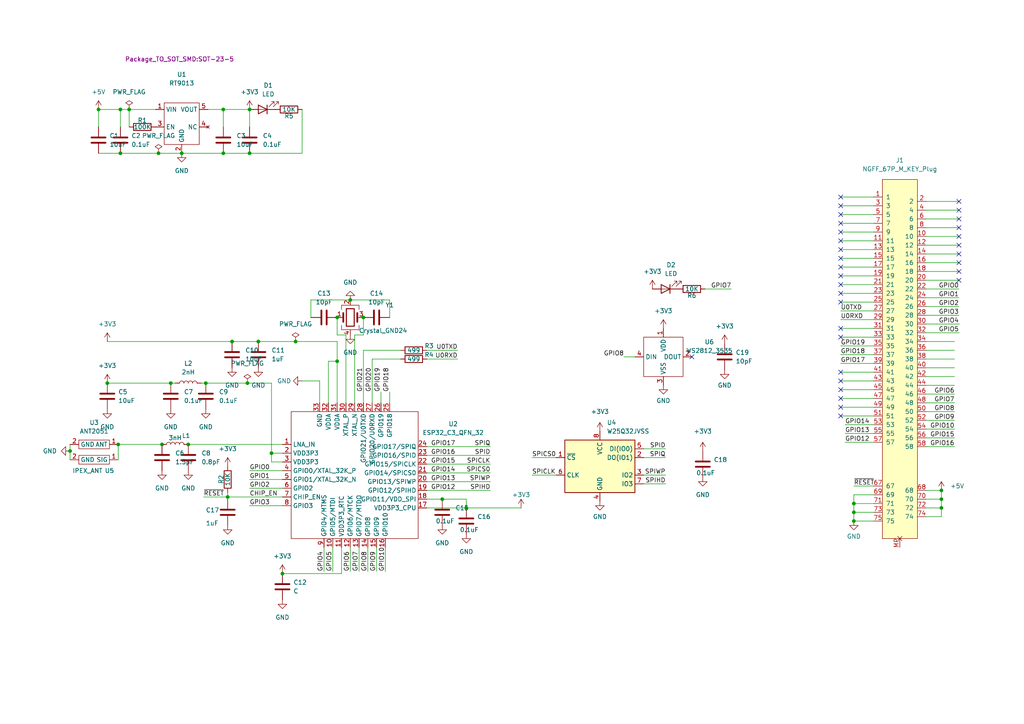
<source format=kicad_sch>
(kicad_sch (version 20211123) (generator eeschema)
  (paper "A4")
  (lib_symbols
    (symbol "Device:C" (pin_numbers hide) (pin_names (offset 0.254))
      (property "Reference" "C" (at 0.635 2.54 0))
      (property "Value" "C" (at 0.635 -2.54 0))
      (symbol "C_0_1"
        (polyline (pts (xy -2.032 -0.762) (xy 2.032 -0.762)) (stroke (width 0.508)))
        (polyline (pts (xy -2.032 0.762) (xy 2.032 0.762)) (stroke (width 0.508)))
      )
      (symbol "C_1_1"
        (pin passive line (at 0 3.81 270) (length 2.794) (name "~") (number "1"))
        (pin passive line (at 0 -3.81 90) (length 2.794) (name "~") (number "2"))
      )
    )
    (symbol "Device:Crystal_GND24" (pin_names (offset 1.016) hide)
      (property "Reference" "Y" (at 3.175 5.08 0))
      (property "Value" "Crystal_GND24" (at 3.175 3.175 0))
      (symbol "Crystal_GND24_0_1"
        (rectangle (start -1.143 2.54) (end 1.143 -2.54) (stroke (width 0.3048)))
        (polyline (pts (xy -2.54 0) (xy -2.032 0)))
        (polyline (pts (xy -2.032 -1.27) (xy -2.032 1.27)) (stroke (width 0.508)))
        (polyline (pts (xy 0 -3.81) (xy 0 -3.556)))
        (polyline (pts (xy 0 3.556) (xy 0 3.81)))
        (polyline (pts (xy 2.032 -1.27) (xy 2.032 1.27)) (stroke (width 0.508)))
        (polyline (pts (xy 2.032 0) (xy 2.54 0)))
        (polyline (pts (xy -2.54 -2.286) (xy -2.54 -3.556) (xy 2.54 -3.556) (xy 2.54 -2.286)))
        (polyline (pts (xy -2.54 2.286) (xy -2.54 3.556) (xy 2.54 3.556) (xy 2.54 2.286)))
      )
      (symbol "Crystal_GND24_1_1"
        (pin passive line (at -3.81 0 0) (length 1.27) (name "1") (number "1"))
        (pin passive line (at 0 5.08 270) (length 1.27) (name "2") (number "2"))
        (pin passive line (at 3.81 0 180) (length 1.27) (name "3") (number "3"))
        (pin passive line (at 0 -5.08 90) (length 1.27) (name "4") (number "4"))
      )
    )
    (symbol "Device:L" (pin_numbers hide) (pin_names (offset 1.016) hide)
      (property "Reference" "L" (at -1.27 0 90))
      (property "Value" "L" (at 1.905 0 90))
      (symbol "L_0_1"
        (arc (start 0 -2.54) (mid 0.635 -1.905) (end 0 -1.27))
        (arc (start 0 -1.27) (mid 0.635 -0.635) (end 0 0))
        (arc (start 0 0) (mid 0.635 0.635) (end 0 1.27))
        (arc (start 0 1.27) (mid 0.635 1.905) (end 0 2.54))
      )
      (symbol "L_1_1"
        (pin passive line (at 0 3.81 270) (length 1.27) (name "1") (number "1"))
        (pin passive line (at 0 -3.81 90) (length 1.27) (name "2") (number "2"))
      )
    )
    (symbol "Device:LED" (pin_numbers hide) (pin_names (offset 1.016) hide)
      (property "Reference" "D" (at 0 2.54 0))
      (property "Value" "LED" (at 0 -2.54 0))
      (symbol "LED_0_1"
        (polyline (pts (xy -1.27 -1.27) (xy -1.27 1.27)) (stroke (width 0.254)))
        (polyline (pts (xy -1.27 0) (xy 1.27 0)))
        (polyline (pts (xy 1.27 -1.27) (xy 1.27 1.27) (xy -1.27 0) (xy 1.27 -1.27)) (stroke (width 0.254)))
        (polyline (pts (xy -3.048 -0.762) (xy -4.572 -2.286) (xy -3.81 -2.286) (xy -4.572 -2.286) (xy -4.572 -1.524)))
        (polyline (pts (xy -1.778 -0.762) (xy -3.302 -2.286) (xy -2.54 -2.286) (xy -3.302 -2.286) (xy -3.302 -1.524)))
      )
      (symbol "LED_1_1"
        (pin passive line (at -3.81 0 0) (length 2.54) (name "K") (number "1"))
        (pin passive line (at 3.81 0 180) (length 2.54) (name "A") (number "2"))
      )
    )
    (symbol "Device:R" (pin_numbers hide) (pin_names (offset 0))
      (property "Reference" "R" (at 2.032 0 90))
      (property "Value" "R" (at 0 0 90))
      (symbol "R_0_1"
        (rectangle (start -1.016 -2.54) (end 1.016 2.54) (stroke (width 0.254)))
      )
      (symbol "R_1_1"
        (pin passive line (at 0 3.81 270) (length 1.27) (name "~") (number "1"))
        (pin passive line (at 0 -3.81 90) (length 1.27) (name "~") (number "2"))
      )
    )
    (symbol "Memory_Flash:W25Q32JVSS"
      (property "Reference" "U" (at -8.89 8.89 0))
      (property "Value" "W25Q32JVSS" (at 7.62 8.89 0))
      (symbol "W25Q32JVSS_0_1"
        (rectangle (start -10.16 7.62) (end 10.16 -7.62) (stroke (width 0.254)) (fill (type background)))
      )
      (symbol "W25Q32JVSS_1_1"
        (pin input line (at -12.7 2.54 0) (length 2.54) (name "~{CS}") (number "1"))
        (pin bidirectional line (at 12.7 2.54 180) (length 2.54) (name "DO(IO1)") (number "2"))
        (pin bidirectional line (at 12.7 -2.54 180) (length 2.54) (name "IO2") (number "3"))
        (pin power_in line (at 0 -10.16 90) (length 2.54) (name "GND") (number "4"))
        (pin bidirectional line (at 12.7 5.08 180) (length 2.54) (name "DI(IO0)") (number "5"))
        (pin input line (at -12.7 -2.54 0) (length 2.54) (name "CLK") (number "6"))
        (pin bidirectional line (at 12.7 -5.08 180) (length 2.54) (name "IO3") (number "7"))
        (pin power_in line (at 0 10.16 270) (length 2.54) (name "VCC") (number "8"))
      )
    )
    (symbol "myschlib:ANT2051"
      (property "Reference" "U" (at -4.445 3.81 0))
      (property "Value" "ANT2051" (at 0.635 -3.81 0))
      (symbol "ANT2051_0_1"
        (rectangle (start -3.175 1.27) (end 5.715 -1.27))
      )
      (symbol "ANT2051_1_1"
        (pin input line (at 8.255 0 180) (length 2.54) (name "ANT") (number "1"))
        (pin power_in line (at -5.715 0 0) (length 2.54) (name "GND") (number "2"))
      )
    )
    (symbol "myschlib:ESP32_C3_QFN_32"
      (property "Reference" "U" (at -19.05 21.59 0))
      (property "Value" "ESP32_C3_QFN_32" (at 24.13 -20.32 0))
      (symbol "ESP32_C3_QFN_32_0_0"
        (pin input line (at -6.35 -20.955 90) (length 2.54) (name "GPIO5/MTDI") (number "10"))
        (pin power_in line (at -3.81 -20.955 90) (length 2.54) (name "VDD3P3_RTC") (number "11"))
        (pin input line (at -1.27 -20.955 90) (length 2.54) (name "GPIO6/MTCK") (number "12"))
        (pin input line (at 1.27 -20.955 90) (length 2.54) (name "GPIO7/MTDO") (number "13"))
        (pin input line (at 3.81 -20.955 90) (length 2.54) (name "GPIO8") (number "14"))
        (pin input line (at 6.35 -20.955 90) (length 2.54) (name "GPIO9") (number "15"))
        (pin input line (at 8.89 -20.955 90) (length 2.54) (name "GPIO10") (number "16"))
        (pin power_in line (at -20.955 6.35 0) (length 2.54) (name "VDD3P3") (number "2"))
        (pin power_in line (at -20.955 3.81 0) (length 2.54) (name "VDD3P3") (number "3"))
        (pin input line (at -20.955 1.27 0) (length 2.54) (name "GPIO0/XTAL_32K_P") (number "4"))
        (pin input line (at -20.955 -1.27 0) (length 2.54) (name "GPIO1/XTAL_32K_N") (number "5"))
        (pin input line (at -20.955 -3.81 0) (length 2.54) (name "GPIO2") (number "6"))
        (pin input line (at -20.955 -6.35 0) (length 2.54) (name "CHIP_EN") (number "7"))
        (pin input line (at -20.955 -8.89 0) (length 2.54) (name "GPIO3") (number "8"))
      )
      (symbol "ESP32_C3_QFN_32_0_1"
        (rectangle (start -18.415 18.415) (end 18.415 -18.415))
      )
      (symbol "ESP32_C3_QFN_32_1_1"
        (pin input line (at -20.955 8.89 0) (length 2.54) (name "LNA_IN") (number "1"))
        (pin power_in line (at 20.955 -9.525 180) (length 2.54) (name "VDD3P3_CPU") (number "17"))
        (pin power_in line (at 20.955 -6.985 180) (length 2.54) (name "GPIO11/VDD_SPI") (number "18"))
        (pin input line (at 20.955 -4.445 180) (length 2.54) (name "GPIO12/SPIHD") (number "19"))
        (pin input line (at 20.955 -1.905 180) (length 2.54) (name "GPIO13/SPIWP") (number "20"))
        (pin input line (at 20.955 0.635 180) (length 2.54) (name "GPIO14/SPICS0") (number "21"))
        (pin input line (at 20.955 3.175 180) (length 2.54) (name "GPIO15/SPICLK") (number "22"))
        (pin input line (at 20.955 5.715 180) (length 2.54) (name "GPIO16/SPID") (number "23"))
        (pin input line (at 20.955 8.255 180) (length 2.54) (name "GPIO17/SPIQ") (number "24"))
        (pin input line (at 10.16 20.955 270) (length 2.54) (name "GPIO18") (number "25"))
        (pin input line (at 7.62 20.955 270) (length 2.54) (name "GPIO19") (number "26"))
        (pin input line (at 5.08 20.955 270) (length 2.54) (name "GPIO20/U0RXD") (number "27"))
        (pin input line (at 2.54 20.955 270) (length 2.54) (name "GPIO21/U0TXD") (number "28"))
        (pin input line (at 0 20.955 270) (length 2.54) (name "XTAL_N") (number "29"))
        (pin input line (at -2.54 20.955 270) (length 2.54) (name "XTAL_P") (number "30"))
        (pin power_in line (at -5.08 20.955 270) (length 2.54) (name "VDDA") (number "31"))
        (pin power_in line (at -7.62 20.955 270) (length 2.54) (name "VDDA") (number "32"))
        (pin power_in line (at -10.16 20.955 270) (length 2.54) (name "GND") (number "33"))
        (pin input line (at -8.89 -20.955 90) (length 2.54) (name "GPIO4/MTMS") (number "9"))
      )
    )
    (symbol "myschlib:IPEX_ANT"
      (property "Reference" "U" (at -6.985 5.715 0))
      (property "Value" "IPEX_ANT" (at 12.065 -10.16 0))
      (symbol "IPEX_ANT_0_0"
        (pin power_out line (at 8.255 1.905 180) (length 2.54) (name "SIG") (number "1"))
        (pin power_out line (at -5.715 1.905 0) (length 2.54) (name "GND") (number "2"))
      )
      (symbol "IPEX_ANT_0_1"
        (rectangle (start -3.175 3.175) (end 5.715 0.635))
      )
    )
    (symbol "myschlib:NGFF_67P_M_KEY_Plug" (pin_names (offset 1.016))
      (property "Reference" "J1" (at 0 54.991 0))
      (property "Value" "NGFF_67P_M_KEY_Plug" (at 0 52.6796 0))
      (symbol "NGFF_67P_M_KEY_Plug_0_0"
        (pin input line (at -7.62 45.72 0) (length 2.54) (name "1") (number "1"))
        (pin input line (at 7.62 34.29 180) (length 2.54) (name "10") (number "10"))
        (pin input line (at -7.62 33.02 0) (length 2.54) (name "11") (number "11"))
        (pin input line (at 7.62 31.75 180) (length 2.54) (name "12") (number "12"))
        (pin input line (at -7.62 30.48 0) (length 2.54) (name "13") (number "13"))
        (pin input line (at 7.62 29.21 180) (length 2.54) (name "14") (number "14"))
        (pin input line (at -7.62 27.94 0) (length 2.54) (name "15") (number "15"))
        (pin input line (at 7.62 26.67 180) (length 2.54) (name "16") (number "16"))
        (pin input line (at -7.62 25.4 0) (length 2.54) (name "17") (number "17"))
        (pin input line (at 7.62 24.13 180) (length 2.54) (name "18") (number "18"))
        (pin input line (at -7.62 22.86 0) (length 2.54) (name "19") (number "19"))
        (pin input line (at 7.62 44.45 180) (length 2.54) (name "2") (number "2"))
        (pin input line (at 7.62 21.59 180) (length 2.54) (name "20") (number "20"))
        (pin input line (at -7.62 20.32 0) (length 2.54) (name "21") (number "21"))
        (pin input line (at 7.62 19.05 180) (length 2.54) (name "22") (number "22"))
        (pin input line (at -7.62 17.78 0) (length 2.54) (name "23") (number "23"))
        (pin input line (at 7.62 16.51 180) (length 2.54) (name "24") (number "24"))
        (pin input line (at -7.62 15.24 0) (length 2.54) (name "25") (number "25"))
        (pin input line (at 7.62 13.97 180) (length 2.54) (name "26") (number "26"))
        (pin input line (at -7.62 12.7 0) (length 2.54) (name "27") (number "27"))
        (pin input line (at 7.62 11.43 180) (length 2.54) (name "28") (number "28"))
        (pin input line (at -7.62 10.16 0) (length 2.54) (name "29") (number "29"))
        (pin input line (at -7.62 43.18 0) (length 2.54) (name "3") (number "3"))
        (pin input line (at 7.62 8.89 180) (length 2.54) (name "30") (number "30"))
        (pin input line (at -7.62 7.62 0) (length 2.54) (name "31") (number "31"))
        (pin input line (at 7.62 6.35 180) (length 2.54) (name "32") (number "32"))
        (pin input line (at -7.62 5.08 0) (length 2.54) (name "33") (number "33"))
        (pin input line (at 7.62 3.81 180) (length 2.54) (name "34") (number "34"))
        (pin input line (at -7.62 2.54 0) (length 2.54) (name "35") (number "35"))
        (pin input line (at 7.62 1.27 180) (length 2.54) (name "36") (number "36"))
        (pin input line (at -7.62 0 0) (length 2.54) (name "37") (number "37"))
        (pin input line (at 7.62 -1.27 180) (length 2.54) (name "38") (number "38"))
        (pin input line (at -7.62 -2.54 0) (length 2.54) (name "39") (number "39"))
        (pin input line (at 7.62 41.91 180) (length 2.54) (name "4") (number "4"))
        (pin input line (at 7.62 -3.81 180) (length 2.54) (name "40") (number "40"))
        (pin input line (at -7.62 -5.08 0) (length 2.54) (name "41") (number "41"))
        (pin input line (at 7.62 -6.35 180) (length 2.54) (name "42") (number "42"))
        (pin input line (at -7.62 -7.62 0) (length 2.54) (name "43") (number "43"))
        (pin input line (at 7.62 -8.89 180) (length 2.54) (name "44") (number "44"))
        (pin input line (at -7.62 -10.16 0) (length 2.54) (name "45") (number "45"))
        (pin input line (at 7.62 -11.43 180) (length 2.54) (name "46") (number "46"))
        (pin input line (at -7.62 -12.7 0) (length 2.54) (name "47") (number "47"))
        (pin input line (at 7.62 -13.97 180) (length 2.54) (name "48") (number "48"))
        (pin input line (at -7.62 -15.24 0) (length 2.54) (name "49") (number "49"))
        (pin input line (at -7.62 40.64 0) (length 2.54) (name "5") (number "5"))
        (pin input line (at 7.62 -16.51 180) (length 2.54) (name "50") (number "50"))
        (pin input line (at -7.62 -17.78 0) (length 2.54) (name "51") (number "51"))
        (pin input line (at 7.62 -19.05 180) (length 2.54) (name "52") (number "52"))
        (pin input line (at -7.62 -20.32 0) (length 2.54) (name "53") (number "53"))
        (pin input line (at 7.62 -21.59 180) (length 2.54) (name "54") (number "54"))
        (pin input line (at -7.62 -22.86 0) (length 2.54) (name "55") (number "55"))
        (pin input line (at 7.62 -24.13 180) (length 2.54) (name "56") (number "56"))
        (pin input line (at -7.62 -25.4 0) (length 2.54) (name "57") (number "57"))
        (pin input line (at 7.62 -26.67 180) (length 2.54) (name "58") (number "58"))
        (pin input line (at 7.62 39.37 180) (length 2.54) (name "6") (number "6"))
        (pin input line (at -7.62 -38.1 0) (length 2.54) (name "67") (number "67"))
        (pin input line (at 7.62 -39.37 180) (length 2.54) (name "68") (number "68"))
        (pin input line (at -7.62 -40.64 0) (length 2.54) (name "69") (number "69"))
        (pin input line (at -7.62 38.1 0) (length 2.54) (name "7") (number "7"))
        (pin input line (at 7.62 -41.91 180) (length 2.54) (name "70") (number "70"))
        (pin input line (at -7.62 -43.18 0) (length 2.54) (name "71") (number "71"))
        (pin input line (at 7.62 -44.45 180) (length 2.54) (name "72") (number "72"))
        (pin input line (at -7.62 -45.72 0) (length 2.54) (name "73") (number "73"))
        (pin input line (at 7.62 -46.99 180) (length 2.54) (name "74") (number "74"))
        (pin input line (at -7.62 -48.26 0) (length 2.54) (name "75") (number "75"))
        (pin input line (at 7.62 36.83 180) (length 2.54) (name "8") (number "8"))
        (pin input line (at -7.62 35.56 0) (length 2.54) (name "9") (number "9"))
      )
      (symbol "NGFF_67P_M_KEY_Plug_0_1"
        (rectangle (start -5.08 50.8) (end 5.08 -53.34) (fill (type background)))
      )
      (symbol "NGFF_67P_M_KEY_Plug_1_1"
        (pin passive non_logic (at 0 -55.88 90) (length 2.54) (name "~") (number "MP"))
      )
    )
    (symbol "myschlib:RT9013"
      (property "Reference" "U" (at -3.048 8.128 0))
      (property "Value" "RT9013" (at -5.08 -8.89 0))
      (property "Footprint" "Package_TO_SOT_SMD:SOT-23-5" (at 20.32 -8.255 0))
      (symbol "RT9013_0_0"
        (rectangle (start -5.08 5.715) (end 5.08 -6.35))
      )
      (symbol "RT9013_1_1"
        (pin power_in line (at -7.62 3.81 0) (length 2.54) (name "VIN") (number "1"))
        (pin power_in line (at 0 -8.89 90) (length 2.54) (name "GND") (number "2"))
        (pin input line (at -7.62 -1.27 0) (length 2.54) (name "EN") (number "3"))
        (pin no_connect line (at 7.62 -1.27 180) (length 2.54) (name "NC") (number "4"))
        (pin power_out line (at 7.62 3.81 180) (length 2.54) (name "VOUT") (number "5"))
      )
    )
    (symbol "myschlib:WS2812_3535"
      (property "Reference" "U" (at -6.985 5.715 0))
      (property "Value" "WS2812_3535" (at 10.795 -10.795 0))
      (symbol "WS2812_3535_0_1"
        (rectangle (start -3.81 3.81) (end 7.62 -7.62))
      )
      (symbol "WS2812_3535_1_1"
        (pin power_in line (at 1.905 6.35 270) (length 2.54) (name "VDD") (number "1"))
        (pin output line (at 10.16 -1.905 180) (length 2.54) (name "DOUT") (number "2"))
        (pin power_in line (at 1.905 -10.16 90) (length 2.54) (name "VSS") (number "3"))
        (pin input line (at -6.35 -1.905 0) (length 2.54) (name "DIN") (number "4"))
      )
    )
    (symbol "power:+3V3" (power) (pin_names (offset 0))
      (property "Value" "+3V3" (at 0 3.556 0))
      (symbol "+3V3_0_1"
        (polyline (pts (xy -0.762 1.27) (xy 0 2.54)))
        (polyline (pts (xy 0 0) (xy 0 2.54)))
        (polyline (pts (xy 0 2.54) (xy 0.762 1.27)))
      )
      (symbol "+3V3_1_1"
        (pin power_in line (at 0 0 90) (length 0) hide (name "+3V3") (number "1"))
      )
    )
    (symbol "power:+5V" (power) (pin_names (offset 0))
      (property "Value" "+5V" (at 0 3.556 0))
      (symbol "+5V_0_1"
        (polyline (pts (xy -0.762 1.27) (xy 0 2.54)))
        (polyline (pts (xy 0 0) (xy 0 2.54)))
        (polyline (pts (xy 0 2.54) (xy 0.762 1.27)))
      )
      (symbol "+5V_1_1"
        (pin power_in line (at 0 0 90) (length 0) hide (name "+5V") (number "1"))
      )
    )
    (symbol "power:GND" (power) (pin_names (offset 0))
      (property "Value" "GND" (at 0 -3.81 0))
      (symbol "GND_0_1"
        (polyline (pts (xy 0 0) (xy 0 -1.27) (xy 1.27 -1.27) (xy 0 -2.54) (xy -1.27 -1.27) (xy 0 -1.27)))
      )
      (symbol "GND_1_1"
        (pin power_in line (at 0 0 270) (length 0) hide (name "GND") (number "1"))
      )
    )
    (symbol "power:PWR_FLAG" (power) (pin_numbers hide) (pin_names (offset 0) hide)
      (property "Value" "PWR_FLAG" (at 0 3.81 0))
      (symbol "PWR_FLAG_0_0"
        (pin power_out line (at 0 0 90) (length 0) (name "pwr") (number "1"))
      )
      (symbol "PWR_FLAG_0_1"
        (polyline (pts (xy 0 0) (xy 0 1.27) (xy -1.016 1.905) (xy 0 2.54) (xy 1.016 1.905) (xy 0 1.27)))
      )
    )
  )
  (junction (at 54.61 128.905))
  (junction (at 37.465 31.75))
  (junction (at 85.725 99.06))
  (junction (at 101.6 86.995))
  (junction (at 64.77 44.45))
  (junction (at 78.74 131.445))
  (junction (at 34.925 31.75))
  (junction (at 34.29 128.905))
  (junction (at 97.79 104.775))
  (junction (at 72.39 44.45))
  (junction (at 34.925 44.45))
  (junction (at 273.05 147.32))
  (junction (at 81.915 166.37))
  (junction (at 49.53 111.125))
  (junction (at 128.27 144.78))
  (junction (at 135.255 147.32))
  (junction (at 59.69 111.125))
  (junction (at 97.79 92.075))
  (junction (at 247.65 148.59))
  (junction (at 247.65 146.05))
  (junction (at 20.32 130.81))
  (junction (at 273.05 144.78))
  (junction (at 273.05 142.24))
  (junction (at 105.41 92.075))
  (junction (at 52.705 44.45))
  (junction (at 28.575 31.75))
  (junction (at 74.93 99.06))
  (junction (at 45.9747 44.45))
  (junction (at 67.31 99.06))
  (junction (at 64.77 31.75))
  (junction (at 72.39 31.75))
  (junction (at 31.115 111.125))
  (junction (at 71.755 111.125))
  (junction (at 66.04 144.145))
  (junction (at 46.99 128.905))
  (junction (at 247.65 151.13))
  (no_connect (at 243.84 77.47))
  (no_connect (at 243.84 115.57))
  (no_connect (at 243.84 110.49))
  (no_connect (at 278.13 73.66))
  (no_connect (at 278.13 71.12))
  (no_connect (at 278.13 68.58))
  (no_connect (at 243.84 72.39))
  (no_connect (at 243.84 74.93))
  (no_connect (at 243.84 97.79))
  (no_connect (at 278.13 63.5))
  (no_connect (at 278.13 81.28))
  (no_connect (at 243.84 107.95))
  (no_connect (at 200.66 103.505))
  (no_connect (at 243.84 113.03))
  (no_connect (at 278.13 66.04))
  (no_connect (at 243.84 82.55))
  (no_connect (at 243.84 80.01))
  (no_connect (at 278.13 58.42))
  (no_connect (at 243.84 67.31))
  (no_connect (at 243.84 69.85))
  (no_connect (at 243.84 62.23))
  (no_connect (at 243.84 64.77))
  (no_connect (at 243.84 59.69))
  (no_connect (at 243.84 57.15))
  (no_connect (at 278.13 60.96))
  (no_connect (at 243.84 95.25))
  (no_connect (at 243.84 118.11))
  (no_connect (at 243.84 85.09))
  (no_connect (at 278.13 76.2))
  (no_connect (at 243.84 87.63))
  (no_connect (at 243.84 120.65))
  (no_connect (at 278.13 78.74))
  (wire (pts (xy 72.39 146.685) (xy 81.915 146.685)))
  (wire (pts (xy 154.305 132.715) (xy 161.29 132.715)))
  (wire (pts (xy 247.65 146.05) (xy 247.65 148.59)))
  (wire (pts (xy 34.29 128.905) (xy 46.99 128.905)))
  (wire (pts (xy 243.84 80.01) (xy 253.365 80.01)))
  (wire (pts (xy 268.605 66.04) (xy 278.13 66.04)))
  (wire (pts (xy 109.22 158.75) (xy 109.22 165.735)))
  (wire (pts (xy 97.79 97.155) (xy 97.79 92.075)))
  (wire (pts (xy 123.825 137.16) (xy 142.24 137.16)))
  (wire (pts (xy 268.605 81.28) (xy 278.13 81.28)))
  (wire (pts (xy 102.87 97.155) (xy 105.41 97.155)))
  (wire (pts (xy 186.69 140.335) (xy 193.04 140.335)))
  (wire (pts (xy 59.69 111.125) (xy 71.755 111.125)))
  (wire (pts (xy 268.605 109.22) (xy 276.86 109.22)))
  (wire (pts (xy 71.755 111.125) (xy 78.74 111.125)))
  (wire (pts (xy 37.465 31.75) (xy 37.465 36.83)))
  (wire (pts (xy 97.79 99.06) (xy 97.79 104.775)))
  (wire (pts (xy 268.605 71.12) (xy 278.13 71.12)))
  (wire (pts (xy 245.11 125.73) (xy 253.365 125.73)))
  (wire (pts (xy 113.03 86.995) (xy 113.03 92.075)))
  (wire (pts (xy 204.47 83.82) (xy 212.09 83.82)))
  (wire (pts (xy 247.65 146.05) (xy 253.365 146.05)))
  (wire (pts (xy 90.17 92.075) (xy 90.17 86.995)))
  (wire (pts (xy 268.605 60.96) (xy 278.13 60.96)))
  (wire (pts (xy 268.605 119.38) (xy 276.86 119.38)))
  (wire (pts (xy 268.605 91.44) (xy 278.1486 91.44)))
  (wire (pts (xy 268.605 129.54) (xy 276.86 129.54)))
  (wire (pts (xy 45.9747 44.45) (xy 52.705 44.45)))
  (wire (pts (xy 64.77 44.45) (xy 72.39 44.45)))
  (wire (pts (xy 101.6 86.995) (xy 113.03 86.995)))
  (wire (pts (xy 28.575 44.45) (xy 34.925 44.45)))
  (wire (pts (xy 99.06 166.37) (xy 99.06 158.75)))
  (wire (pts (xy 243.84 90.17) (xy 253.365 90.17)))
  (wire (pts (xy 245.11 128.27) (xy 253.365 128.27)))
  (wire (pts (xy 28.575 31.75) (xy 28.575 36.83)))
  (wire (pts (xy 247.65 143.51) (xy 247.65 146.05)))
  (wire (pts (xy 243.84 102.87) (xy 253.365 102.87)))
  (wire (pts (xy 268.605 96.52) (xy 278.1966 96.52)))
  (wire (pts (xy 247.65 140.97) (xy 253.365 140.97)))
  (wire (pts (xy 273.05 147.32) (xy 273.05 149.86)))
  (wire (pts (xy 268.605 99.06) (xy 276.86 99.06)))
  (wire (pts (xy 31.115 111.125) (xy 49.53 111.125)))
  (wire (pts (xy 243.84 105.41) (xy 253.365 105.41)))
  (wire (pts (xy 278.13 78.74) (xy 268.605 78.74)))
  (wire (pts (xy 49.53 111.125) (xy 50.8 111.125)))
  (wire (pts (xy 74.93 99.06) (xy 85.725 99.06)))
  (wire (pts (xy 253.365 87.63) (xy 243.84 87.63)))
  (wire (pts (xy 268.605 101.6) (xy 276.86 101.6)))
  (wire (pts (xy 135.255 147.32) (xy 151.13 147.32)))
  (wire (pts (xy 268.605 58.42) (xy 278.13 58.42)))
  (wire (pts (xy 243.84 57.15) (xy 253.365 57.15)))
  (wire (pts (xy 123.825 139.7) (xy 142.24 139.7)))
  (wire (pts (xy 243.84 97.79) (xy 253.365 97.79)))
  (wire (pts (xy 34.925 44.45) (xy 45.9747 44.45)))
  (wire (pts (xy 92.71 110.49) (xy 87.63 110.49)))
  (wire (pts (xy 243.84 69.85) (xy 253.365 69.85)))
  (wire (pts (xy 268.605 127) (xy 276.86 127)))
  (wire (pts (xy 243.84 72.39) (xy 253.365 72.39)))
  (wire (pts (xy 116.205 104.14) (xy 107.95 104.14)))
  (wire (pts (xy 123.825 129.54) (xy 142.24 129.54)))
  (wire (pts (xy 243.84 85.09) (xy 253.365 85.09)))
  (wire (pts (xy 243.84 107.95) (xy 253.365 107.95)))
  (wire (pts (xy 90.17 86.995) (xy 101.6 86.995)))
  (wire (pts (xy 78.74 131.445) (xy 78.74 133.985)))
  (wire (pts (xy 128.27 144.78) (xy 135.255 144.78)))
  (wire (pts (xy 243.84 77.47) (xy 253.365 77.47)))
  (wire (pts (xy 81.915 166.37) (xy 99.06 166.37)))
  (wire (pts (xy 52.705 44.45) (xy 64.77 44.45)))
  (wire (pts (xy 247.65 148.59) (xy 247.65 151.13)))
  (wire (pts (xy 268.605 63.5) (xy 278.13 63.5)))
  (wire (pts (xy 64.77 31.75) (xy 72.39 31.75)))
  (wire (pts (xy 72.39 141.605) (xy 81.915 141.605)))
  (wire (pts (xy 95.25 104.775) (xy 97.79 104.775)))
  (wire (pts (xy 247.65 151.13) (xy 253.365 151.13)))
  (wire (pts (xy 243.84 67.31) (xy 253.365 67.31)))
  (wire (pts (xy 111.76 158.75) (xy 111.76 165.735)))
  (wire (pts (xy 253.365 62.23) (xy 243.84 62.23)))
  (wire (pts (xy 34.29 128.905) (xy 34.29 133.35)))
  (wire (pts (xy 268.605 144.78) (xy 273.05 144.78)))
  (wire (pts (xy 72.39 136.525) (xy 81.915 136.525)))
  (wire (pts (xy 132.715 104.14) (xy 123.825 104.14)))
  (wire (pts (xy 243.84 118.11) (xy 253.365 118.11)))
  (wire (pts (xy 123.825 142.24) (xy 142.24 142.24)))
  (wire (pts (xy 85.725 99.06) (xy 97.79 99.06)))
  (wire (pts (xy 268.605 86.36) (xy 278.13 86.36)))
  (wire (pts (xy 243.84 120.65) (xy 253.365 120.65)))
  (wire (pts (xy 273.05 142.24) (xy 273.05 144.78)))
  (wire (pts (xy 78.74 131.445) (xy 81.915 131.445)))
  (wire (pts (xy 268.605 149.86) (xy 273.05 149.86)))
  (wire (pts (xy 268.605 124.46) (xy 276.86 124.46)))
  (wire (pts (xy 104.14 158.75) (xy 104.14 165.735)))
  (wire (pts (xy 123.825 134.62) (xy 142.24 134.62)))
  (wire (pts (xy 105.41 97.155) (xy 105.41 92.075)))
  (wire (pts (xy 37.465 31.75) (xy 45.085 31.75)))
  (wire (pts (xy 154.305 137.795) (xy 161.29 137.795)))
  (wire (pts (xy 105.41 101.6) (xy 116.205 101.6)))
  (wire (pts (xy 66.04 144.145) (xy 81.915 144.145)))
  (wire (pts (xy 268.605 147.32) (xy 273.05 147.32)))
  (wire (pts (xy 113.03 113.665) (xy 113.03 116.84)))
  (wire (pts (xy 58.42 111.125) (xy 59.69 111.125)))
  (wire (pts (xy 105.41 101.6) (xy 105.41 116.84)))
  (wire (pts (xy 72.39 139.065) (xy 81.915 139.065)))
  (wire (pts (xy 268.605 88.9) (xy 278.13 88.9)))
  (wire (pts (xy 180.975 103.505) (xy 184.15 103.505)))
  (wire (pts (xy 97.79 104.775) (xy 97.79 116.84)))
  (wire (pts (xy 93.98 158.75) (xy 93.98 165.735)))
  (wire (pts (xy 243.84 95.25) (xy 253.365 95.25)))
  (wire (pts (xy 78.74 111.125) (xy 78.74 131.445)))
  (wire (pts (xy 64.77 31.75) (xy 64.77 36.83)))
  (wire (pts (xy 243.84 100.33) (xy 253.365 100.33)))
  (wire (pts (xy 243.84 74.93) (xy 253.365 74.93)))
  (wire (pts (xy 268.605 116.84) (xy 276.86 116.84)))
  (wire (pts (xy 54.61 128.905) (xy 81.915 128.905)))
  (wire (pts (xy 123.825 132.08) (xy 142.24 132.08)))
  (wire (pts (xy 186.69 137.795) (xy 193.04 137.795)))
  (wire (pts (xy 278.13 76.2) (xy 268.605 76.2)))
  (wire (pts (xy 106.68 158.75) (xy 106.68 165.735)))
  (wire (pts (xy 123.825 144.78) (xy 128.27 144.78)))
  (wire (pts (xy 101.6 158.75) (xy 101.6 165.735)))
  (wire (pts (xy 186.69 130.175) (xy 193.04 130.175)))
  (wire (pts (xy 28.575 31.75) (xy 34.925 31.75)))
  (wire (pts (xy 20.32 130.81) (xy 20.32 133.35)))
  (wire (pts (xy 66.04 144.145) (xy 66.04 142.875)))
  (wire (pts (xy 243.84 64.77) (xy 253.365 64.77)))
  (wire (pts (xy 268.605 114.3) (xy 276.86 114.3)))
  (wire (pts (xy 268.605 73.66) (xy 278.13 73.66)))
  (wire (pts (xy 107.95 104.14) (xy 107.95 116.84)))
  (wire (pts (xy 78.74 133.985) (xy 81.915 133.985)))
  (wire (pts (xy 243.84 115.57) (xy 253.365 115.57)))
  (wire (pts (xy 72.39 31.75) (xy 72.39 36.83)))
  (wire (pts (xy 60.325 31.75) (xy 64.77 31.75)))
  (wire (pts (xy 135.255 144.78) (xy 135.255 147.32)))
  (wire (pts (xy 110.49 113.665) (xy 110.49 116.84)))
  (wire (pts (xy 243.84 110.49) (xy 253.365 110.49)))
  (wire (pts (xy 186.69 132.715) (xy 193.04 132.715)))
  (wire (pts (xy 67.31 99.06) (xy 74.93 99.06)))
  (wire (pts (xy 247.65 143.51) (xy 253.365 143.51)))
  (wire (pts (xy 100.33 97.155) (xy 97.79 97.155)))
  (wire (pts (xy 20.32 130.81) (xy 20.32 128.905)))
  (wire (pts (xy 66.04 144.78) (xy 66.04 144.145)))
  (wire (pts (xy 268.605 142.24) (xy 273.05 142.24)))
  (wire (pts (xy 247.65 148.59) (xy 253.365 148.59)))
  (wire (pts (xy 268.605 83.82) (xy 278.13 83.82)))
  (wire (pts (xy 59.055 144.145) (xy 66.04 144.145)))
  (wire (pts (xy 243.84 82.55) (xy 253.365 82.55)))
  (wire (pts (xy 245.11 123.19) (xy 253.365 123.19)))
  (wire (pts (xy 96.52 158.75) (xy 96.52 165.735)))
  (wire (pts (xy 87.63 44.45) (xy 72.39 44.45)))
  (wire (pts (xy 243.84 113.03) (xy 253.365 113.03)))
  (wire (pts (xy 95.25 104.775) (xy 95.25 116.84)))
  (wire (pts (xy 268.605 111.76) (xy 276.86 111.76)))
  (wire (pts (xy 102.87 97.155) (xy 102.87 116.84)))
  (wire (pts (xy 268.605 104.14) (xy 276.86 104.14)))
  (wire (pts (xy 31.115 99.06) (xy 67.31 99.06)))
  (wire (pts (xy 92.71 116.84) (xy 92.71 110.49)))
  (wire (pts (xy 100.33 97.155) (xy 100.33 116.84)))
  (wire (pts (xy 243.84 59.69) (xy 253.365 59.69)))
  (wire (pts (xy 273.05 144.78) (xy 273.05 147.32)))
  (wire (pts (xy 268.605 106.68) (xy 276.86 106.68)))
  (wire (pts (xy 34.925 31.75) (xy 37.465 31.75)))
  (wire (pts (xy 268.605 93.98) (xy 278.2925 93.98)))
  (wire (pts (xy 268.605 121.92) (xy 276.86 121.92)))
  (wire (pts (xy 123.825 147.32) (xy 135.255 147.32)))
  (wire (pts (xy 87.63 31.75) (xy 87.63 44.45)))
  (wire (pts (xy 34.925 31.75) (xy 34.925 36.83)))
  (wire (pts (xy 268.605 68.58) (xy 278.13 68.58)))
  (wire (pts (xy 123.825 101.6) (xy 132.715 101.6)))
  (wire (pts (xy 243.84 92.71) (xy 253.365 92.71)))
  (label "CHIP_EN" (at 72.39 144.145 0))
  (label "SPIHD" (at 193.04 140.335 180))
  (label "GPIO3" (at 72.39 146.685 0))
  (label "GPIO7" (at 276.86 116.84 180))
  (label "GPIO8" (at 276.86 119.38 180))
  (label "GPIO13" (at 132.08 139.7 180))
  (label "SPIHD" (at 142.24 142.24 180))
  (label "GPIO10" (at 111.76 165.735 90))
  (label "GPIO6" (at 276.86 114.3 180))
  (label "GPIO4" (at 278.13 93.98 180))
  (label "GPIO3" (at 278.13 91.44 180))
  (label "GPIO14" (at 132.08 137.16 180))
  (label "GPIO8" (at 106.68 165.735 90))
  (label "GPIO20" (at 107.95 113.665 90))
  (label "U0TXD" (at 132.715 101.6 180))
  (label "GPIO19" (at 110.49 113.665 90))
  (label "GPIO10" (at 276.86 124.46 180))
  (label "GPIO7" (at 212.09 83.82 180))
  (label "GPIO5" (at 278.13 96.52 180))
  (label "GPIO4" (at 93.98 165.735 90))
  (label "U0RXD" (at 243.84 92.71 0))
  (label "GPIO1" (at 278.13 86.36 180))
  (label "GPIO17" (at 243.84 105.41 0))
  (label "SPID" (at 193.04 130.175 180))
  (label "GPIO17" (at 132.08 129.54 180))
  (label "SPID" (at 142.24 132.08 180))
  (label "SPICLK" (at 154.305 137.795 0))
  (label "SPIWP" (at 193.04 137.795 180))
  (label "GPIO0" (at 72.39 136.525 0))
  (label "GPIO14" (at 245.11 123.19 0))
  (label "GPIO18" (at 113.03 113.665 90))
  (label "GPIO0" (at 278.13 83.82 180))
  (label "GPIO16" (at 132.08 132.08 180))
  (label "SPICS0" (at 154.305 132.715 0))
  (label "U0RXD" (at 132.715 104.14 180))
  (label "GPIO19" (at 243.84 100.33 0))
  (label "GPIO21" (at 105.41 113.665 90))
  (label "GPIO13" (at 245.11 125.73 0))
  (label "GPIO2" (at 72.39 141.605 0))
  (label "GPIO12" (at 245.11 128.27 0))
  (label "GPIO8" (at 180.975 103.505 180))
  (label "GPIO9" (at 109.22 165.735 90))
  (label "GPIO1" (at 72.39 139.065 0))
  (label "SPICS0" (at 142.24 137.16 180))
  (label "~{RESET}" (at 247.65 140.97 0))
  (label "GPIO5" (at 96.52 165.735 90))
  (label "GPIO9" (at 276.86 121.92 180))
  (label "GPIO7" (at 104.14 165.735 90))
  (label "GPIO15" (at 132.08 134.62 180))
  (label "GPIO6" (at 101.6 165.735 90))
  (label "SPICLK" (at 142.24 134.62 180))
  (label "SPIQ" (at 193.04 132.715 180))
  (label "GPIO15" (at 276.86 127 180))
  (label "SPIQ" (at 142.24 129.54 180))
  (label "GPIO12" (at 132.08 142.24 180))
  (label "U0TXD" (at 243.84 90.17 0))
  (label "GPIO16" (at 276.86 129.54 180))
  (label "~{RESET}" (at 59.055 144.145 0))
  (label "GPIO18" (at 243.84 102.87 0))
  (label "SPIWP" (at 142.24 139.7 180))
  (label "GPIO2" (at 278.13 88.9 180))
  (symbol (lib_id "Device:C") (at 54.61 132.715 0) (unit 1)
    (property "Reference" "C8" (at 58.42 131.4449 0) (effects (justify left)))
    (property "Value" "0.8pF" (at 58.42 133.9849 0) (effects (justify left)))
    (property "Footprint" "Capacitor_SMD:C_0402_1005Metric" (effects hide))
  )
  (symbol (lib_id "Device:LED") (at 193.04 83.82 180) (unit 1)
    (property "Reference" "D2" (at 194.6275 76.835 0))
    (property "Value" "LED" (at 194.6275 79.375 0))
    (property "Footprint" "LED_SMD:LED_0603_1608Metric" (effects hide))
  )
  (symbol (lib_id "Device:L") (at 54.61 111.125 90) (unit 1)
    (property "Reference" "L2" (at 54.61 105.41 90))
    (property "Value" "2nH" (at 54.61 107.95 90))
    (property "Footprint" "Resistor_SMD:R_0402_1005Metric" (effects hide))
  )
  (symbol (lib_id "power:GND") (at 101.6 97.155 0) (unit 1)
    (property "Reference" "#PWR0121" (effects hide))
    (property "Value" "GND" (at 101.6 102.235 0))
  )
  (symbol (lib_id "myschlib:ESP32_C3_QFN_32") (at 102.87 137.795 0) (unit 1)
    (property "Reference" "U2" (at 131.445 122.9612 0))
    (property "Value" "ESP32_C3_QFN_32" (at 131.445 125.5012 0))
    (property "Footprint" "Package_DFN_QFN:QFN-32-1EP_5x5mm_P0.5mm_EP3.1x3.1mm_ThermalVias" (effects hide))
  )
  (symbol (lib_id "Device:R") (at 66.04 139.065 180) (unit 1)
    (property "Reference" "R2" (at 64.135 139.065 90))
    (property "Value" "10K" (at 66.04 139.065 90))
    (property "Footprint" "Resistor_SMD:R_0402_1005Metric" (effects hide))
  )
  (symbol (lib_id "power:GND") (at 128.27 152.4 0) (unit 1)
    (property "Reference" "#PWR0124" (effects hide))
    (property "Value" "GND" (at 128.27 157.48 0))
  )
  (symbol (lib_id "myschlib:WS2812_3535") (at 190.5 101.6 0) (unit 1)
    (property "Reference" "U6" (at 205.74 99.1743 0))
    (property "Value" "WS2812_3535" (at 205.74 101.7143 0))
    (property "Footprint" "mylib:LED_SMT_4P_3535" (effects hide))
  )
  (symbol (lib_id "power:GND") (at 31.115 118.745 0) (unit 1)
    (property "Reference" "#PWR0114" (effects hide))
    (property "Value" "GND" (at 31.115 123.825 0))
  )
  (symbol (lib_id "Device:Crystal_GND24") (at 101.6 92.075 0) (unit 1)
    (property "Reference" "Y1" (at 113.03 88.4936 0))
    (property "Value" "Crystal_GND24" (at 111.125 95.885 0))
    (property "Footprint" "Crystal:Crystal_SMD_3225-4Pin_3.2x2.5mm" (effects hide))
  )
  (symbol (lib_id "power:GND") (at 87.63 110.49 270) (unit 1)
    (property "Reference" "#PWR0119" (effects hide))
    (property "Value" "GND" (at 84.455 110.4899 90) (effects (justify right)))
  )
  (symbol (lib_id "Device:C") (at 81.915 170.18 0) (unit 1)
    (property "Reference" "C12" (at 85.09 168.9099 0) (effects (justify left)))
    (property "Value" "C" (at 85.09 171.4499 0) (effects (justify left)))
    (property "Footprint" "Capacitor_SMD:C_0402_1005Metric" (effects hide))
  )
  (symbol (lib_id "power:GND") (at 173.99 145.415 0) (unit 1)
    (property "Reference" "#PWR02" (effects hide))
    (property "Value" "GND" (at 173.99 149.86 0))
  )
  (symbol (lib_id "power:PWR_FLAG") (at 45.9747 44.45 0) (unit 1)
    (property "Reference" "#FLG0102" (effects hide))
    (property "Value" "PWR_FLAG" (at 45.9747 39.37 0))
  )
  (symbol (lib_id "Device:R") (at 120.015 104.14 270) (unit 1)
    (property "Reference" "R4" (at 124.46 102.87 90))
    (property "Value" "499" (at 120.015 104.14 90))
    (property "Footprint" "Resistor_SMD:R_0402_1005Metric" (effects hide))
  )
  (symbol (lib_id "Device:C") (at 66.04 148.59 180) (unit 1)
    (property "Reference" "C17" (at 59.69 147.955 0) (effects (justify right)))
    (property "Value" "1uF" (at 59.69 151.765 0) (effects (justify right)))
    (property "Footprint" "Capacitor_SMD:C_0402_1005Metric" (effects hide))
  )
  (symbol (lib_id "power:+3V3") (at 31.115 99.06 0) (unit 1)
    (property "Reference" "#PWR0111" (effects hide))
    (property "Value" "+3V3" (at 31.115 93.98 0))
  )
  (symbol (lib_id "Device:R") (at 41.275 36.83 90) (unit 1)
    (property "Reference" "R1" (at 41.275 34.925 90))
    (property "Value" "100K" (at 41.275 36.83 90))
    (property "Footprint" "Resistor_SMD:R_0402_1005Metric" (effects hide))
  )
  (symbol (lib_id "power:+3V3") (at 151.13 147.32 0) (unit 1)
    (property "Reference" "#PWR0122" (effects hide))
    (property "Value" "+3V3" (at 151.13 143.51 0))
  )
  (symbol (lib_id "power:+3V3") (at 72.39 31.75 0) (unit 1)
    (property "Reference" "#PWR0104" (effects hide))
    (property "Value" "+3V3" (at 72.39 26.67 0))
  )
  (symbol (lib_id "power:+3V3") (at 173.99 125.095 0) (unit 1)
    (property "Reference" "#PWR01" (effects hide))
    (property "Value" "+3V3" (at 173.99 119.38 0))
  )
  (symbol (lib_id "power:GND") (at 247.65 151.13 0) (unit 1)
    (property "Reference" "#PWR0106" (effects hide))
    (property "Value" "GND" (at 247.65 155.575 0))
  )
  (symbol (lib_id "power:GND") (at 101.6 86.995 180) (unit 1)
    (property "Reference" "#PWR0120" (effects hide))
    (property "Value" "GND" (at 101.6 81.915 0))
  )
  (symbol (lib_id "Device:C") (at 34.925 40.64 0) (unit 1)
    (property "Reference" "C2" (at 38.1 39.3699 0) (effects (justify left)))
    (property "Value" "0.1uF" (at 38.1 41.9099 0) (effects (justify left)))
    (property "Footprint" "Capacitor_SMD:C_0402_1005Metric" (effects hide))
  )
  (symbol (lib_id "power:GND") (at 54.61 136.525 0) (unit 1)
    (property "Reference" "#PWR0110" (effects hide))
    (property "Value" "GND" (at 54.61 141.605 0))
  )
  (symbol (lib_id "power:+3V3") (at 210.185 99.695 0) (unit 1)
    (property "Reference" "#PWR0130" (effects hide))
    (property "Value" "+3V3" (at 210.185 94.615 0))
  )
  (symbol (lib_id "myschlib:ANT2051") (at 26.035 128.905 0) (unit 1)
    (property "Reference" "U3" (at 27.305 122.555 0))
    (property "Value" "ANT2051" (at 27.305 125.095 0))
    (property "Footprint" "mylib:ANT_2051" (effects hide))
  )
  (symbol (lib_id "Device:LED") (at 76.2 31.75 180) (unit 1)
    (property "Reference" "D1" (at 77.7875 24.765 0))
    (property "Value" "LED" (at 77.7875 27.305 0))
    (property "Footprint" "LED_SMD:LED_0603_1608Metric" (effects hide))
  )
  (symbol (lib_id "power:GND") (at 203.835 138.43 0) (unit 1)
    (property "Reference" "#PWR04" (effects hide))
    (property "Value" "GND" (at 203.835 143.51 0))
  )
  (symbol (lib_id "power:+3V3") (at 192.405 95.25 0) (unit 1)
    (property "Reference" "#PWR0129" (effects hide))
    (property "Value" "+3V3" (at 192.405 90.17 0))
  )
  (symbol (lib_id "Device:C") (at 210.185 103.505 180) (unit 1)
    (property "Reference" "C19" (at 213.36 102.2349 0) (effects (justify right)))
    (property "Value" "10pF" (at 213.36 104.7749 0) (effects (justify right)))
    (property "Footprint" "Capacitor_SMD:C_0402_1005Metric" (effects hide))
  )
  (symbol (lib_id "power:GND") (at 20.32 130.81 270) (unit 1)
    (property "Reference" "#PWR0113" (effects hide))
    (property "Value" "GND" (at 16.51 130.8099 90) (effects (justify right)))
  )
  (symbol (lib_id "power:+3V3") (at 66.04 135.255 0) (unit 1)
    (property "Reference" "#PWR0103" (effects hide))
    (property "Value" "+3V3" (at 66.04 130.175 0))
  )
  (symbol (lib_id "power:GND") (at 192.405 111.76 0) (unit 1)
    (property "Reference" "#PWR0126" (effects hide))
    (property "Value" "GND" (at 192.405 116.205 0))
  )
  (symbol (lib_id "Device:C") (at 59.69 114.935 0) (unit 1)
    (property "Reference" "C9" (at 63.5 113.6649 0) (effects (justify left)))
    (property "Value" "0.1uF" (at 63.5 116.2049 0) (effects (justify left)))
    (property "Footprint" "Capacitor_SMD:C_0402_1005Metric" (effects hide))
  )
  (symbol (lib_id "power:+3V3") (at 81.915 166.37 0) (unit 1)
    (property "Reference" "#PWR0117" (effects hide))
    (property "Value" "+3V3" (at 81.915 161.29 0))
  )
  (symbol (lib_id "myschlib:IPEX_ANT") (at 26.035 135.255 0) (unit 1)
    (property "Reference" "U5" (at 31.75 136.525 0))
    (property "Value" "IPEX_ANT" (at 25.4 136.525 0))
    (property "Footprint" "mylib:IPEX_ANT" (effects hide))
  )
  (symbol (lib_id "power:GND") (at 67.31 106.68 0) (unit 1)
    (property "Reference" "#PWR0108" (effects hide))
    (property "Value" "GND" (at 67.31 111.76 0))
  )
  (symbol (lib_id "power:PWR_FLAG") (at 85.725 99.06 0) (unit 1)
    (property "Reference" "#FLG0104" (effects hide))
    (property "Value" "PWR_FLAG" (at 85.725 93.98 0))
  )
  (symbol (lib_id "myschlib:NGFF_67P_M_KEY_Plug") (at 260.985 102.87 0) (unit 1)
    (property "Reference" "J1" (at 260.985 46.482 0))
    (property "Value" "NGFF_67P_M_KEY_Plug" (at 260.985 49.022 0))
    (property "Footprint" "mylib:NGFF_2230_67P_P0.5_M_KEY_Plug_复制(copy)" (effects hide))
  )
  (symbol (lib_id "power:PWR_FLAG") (at 71.755 111.125 0) (unit 1)
    (property "Reference" "#FLG0103" (effects hide))
    (property "Value" "PWR_FLAG" (at 71.755 105.41 0))
  )
  (symbol (lib_id "power:GND") (at 59.69 118.745 0) (unit 1)
    (property "Reference" "#PWR0116" (effects hide))
    (property "Value" "GND" (at 59.69 123.825 0))
  )
  (symbol (lib_id "power:GND") (at 66.04 152.4 0) (unit 1)
    (property "Reference" "#PWR0125" (effects hide))
    (property "Value" "GND" (at 66.04 157.48 0))
  )
  (symbol (lib_id "Device:C") (at 128.27 148.59 0) (unit 1)
    (property "Reference" "C15" (at 132.08 147.3199 0) (effects (justify left)))
    (property "Value" "0.1uF" (at 126.365 151.13 0) (effects (justify left)))
    (property "Footprint" "Capacitor_SMD:C_0402_1005Metric" (effects hide))
  )
  (symbol (lib_id "Device:C") (at 74.93 102.87 180) (unit 1)
    (property "Reference" "C11" (at 78.74 101.5999 0) (effects (justify right)))
    (property "Value" "1uF" (at 78.74 104.1399 0) (effects (justify right)))
    (property "Footprint" "Capacitor_SMD:C_0402_1005Metric" (effects hide))
  )
  (symbol (lib_id "Device:C") (at 31.115 114.935 180) (unit 1)
    (property "Reference" "C5" (at 34.29 113.6649 0) (effects (justify right)))
    (property "Value" "10uF" (at 34.29 116.2049 0) (effects (justify right)))
    (property "Footprint" "Capacitor_SMD:C_0402_1005Metric" (effects hide))
  )
  (symbol (lib_id "Device:C") (at 72.39 40.64 0) (unit 1)
    (property "Reference" "C4" (at 76.2 39.3699 0) (effects (justify left)))
    (property "Value" "0.1uF" (at 76.2 41.9099 0) (effects (justify left)))
    (property "Footprint" "Capacitor_SMD:C_0402_1005Metric" (effects hide))
  )
  (symbol (lib_id "power:+3V3") (at 189.23 83.82 0) (unit 1)
    (property "Reference" "#PWR0128" (effects hide))
    (property "Value" "+3V3" (at 189.23 78.74 0))
  )
  (symbol (lib_id "power:GND") (at 49.53 118.745 0) (unit 1)
    (property "Reference" "#PWR0115" (effects hide))
    (property "Value" "GND" (at 49.53 123.825 0))
  )
  (symbol (lib_id "power:GND") (at 210.185 107.315 0) (unit 1)
    (property "Reference" "#PWR0127" (effects hide))
    (property "Value" "GND" (at 210.185 111.76 0))
  )
  (symbol (lib_id "power:+5V") (at 28.575 31.75 0) (unit 1)
    (property "Reference" "#PWR0101" (effects hide))
    (property "Value" "+5V" (at 28.575 26.67 0))
  )
  (symbol (lib_id "power:PWR_FLAG") (at 37.465 31.75 0) (unit 1)
    (property "Reference" "#FLG0101" (effects hide))
    (property "Value" "PWR_FLAG" (at 37.465 26.67 0))
  )
  (symbol (lib_id "Device:C") (at 135.255 151.13 0) (unit 1)
    (property "Reference" "C16" (at 138.43 149.8599 0) (effects (justify left)))
    (property "Value" "0.1uF" (at 133.35 153.67 0) (effects (justify left)))
    (property "Footprint" "Capacitor_SMD:C_0402_1005Metric" (effects hide))
  )
  (symbol (lib_id "power:GND") (at 52.705 44.45 0) (unit 1)
    (property "Reference" "#PWR0102" (effects hide))
    (property "Value" "GND" (at 52.705 49.53 0))
  )
  (symbol (lib_id "Device:R") (at 120.015 101.6 270) (unit 1)
    (property "Reference" "R3" (at 124.46 100.33 90))
    (property "Value" "499" (at 120.015 101.6 90))
    (property "Footprint" "Resistor_SMD:R_0402_1005Metric" (effects hide))
  )
  (symbol (lib_id "power:GND") (at 46.99 136.525 0) (unit 1)
    (property "Reference" "#PWR0109" (effects hide))
    (property "Value" "GND" (at 46.99 141.605 0))
  )
  (symbol (lib_id "Device:L") (at 50.8 128.905 90) (unit 1)
    (property "Reference" "L1" (at 53.975 126.365 90))
    (property "Value" "3nH" (at 50.8 127 90))
    (property "Footprint" "Resistor_SMD:R_0402_1005Metric" (effects hide))
  )
  (symbol (lib_id "myschlib:RT9013") (at 52.705 35.56 0) (unit 1)
    (property "Reference" "U1" (at 52.705 21.59 0))
    (property "Value" "RT9013" (at 52.705 24.13 0))
    (property "Footprint" "Package_TO_SOT_SMD:SOT-23-5" (at 52.07 17.145 0))
  )
  (symbol (lib_id "Device:C") (at 109.22 92.075 90) (unit 1)
    (property "Reference" "C14" (at 109.22 85.09 90))
    (property "Value" "10pF" (at 109.22 87.63 90))
    (property "Footprint" "Capacitor_SMD:C_0402_1005Metric" (effects hide))
  )
  (symbol (lib_id "Device:C") (at 67.31 102.87 180) (unit 1)
    (property "Reference" "C10" (at 71.12 101.5999 0) (effects (justify right)))
    (property "Value" "10uF" (at 71.12 104.1399 0) (effects (justify right)))
    (property "Footprint" "Capacitor_SMD:C_0402_1005Metric" (effects hide))
  )
  (symbol (lib_id "Device:R") (at 200.66 83.82 270) (unit 1)
    (property "Reference" "R6" (at 200.66 85.725 90))
    (property "Value" "10K" (at 200.66 83.82 90))
    (property "Footprint" "Resistor_SMD:R_0402_1005Metric" (effects hide))
  )
  (symbol (lib_id "power:+3V3") (at 31.115 111.125 0) (unit 1)
    (property "Reference" "#PWR0112" (effects hide))
    (property "Value" "+3V3" (at 31.115 106.045 0))
  )
  (symbol (lib_id "Memory_Flash:W25Q32JVSS") (at 173.99 135.255 0) (unit 1)
    (property "Reference" "U4" (at 176.0094 122.555 0) (effects (justify left)))
    (property "Value" "W25Q32JVSS" (at 176.0094 125.095 0) (effects (justify left)))
    (property "Footprint" "Package_SO:SOIC-8_5.23x5.23mm_P1.27mm" (effects hide))
    (property "Datasheet" "http://www.winbond.com/resource-files/w25q32jv%20revg%2003272018%20plus.pdf" (effects hide))
  )
  (symbol (lib_id "power:GND") (at 81.915 173.99 0) (unit 1)
    (property "Reference" "#PWR0118" (effects hide))
    (property "Value" "GND" (at 81.915 179.07 0))
  )
  (symbol (lib_id "Device:C") (at 93.98 92.075 270) (unit 1)
    (property "Reference" "C13" (at 93.98 85.09 90))
    (property "Value" "10pF" (at 93.98 87.63 90))
    (property "Footprint" "Capacitor_SMD:C_0402_1005Metric" (effects hide))
  )
  (symbol (lib_id "Device:C") (at 46.99 132.715 180) (unit 1)
    (property "Reference" "C6" (at 50.8 131.4449 0) (effects (justify right)))
    (property "Value" "1.5pF" (at 50.8 133.9849 0) (effects (justify right)))
    (property "Footprint" "Capacitor_SMD:C_0402_1005Metric" (effects hide))
  )
  (symbol (lib_id "Device:R") (at 83.82 31.75 270) (unit 1)
    (property "Reference" "R5" (at 83.82 33.655 90))
    (property "Value" "10K" (at 83.82 31.75 90))
    (property "Footprint" "Resistor_SMD:R_0402_1005Metric" (effects hide))
  )
  (symbol (lib_id "Device:C") (at 28.575 40.64 0) (unit 1)
    (property "Reference" "C1" (at 31.75 39.3699 0) (effects (justify left)))
    (property "Value" "10uF" (at 31.75 41.9099 0) (effects (justify left)))
    (property "Footprint" "Capacitor_SMD:C_0402_1005Metric" (effects hide))
  )
  (symbol (lib_id "Device:C") (at 64.77 40.64 0) (unit 1)
    (property "Reference" "C3" (at 68.58 39.3699 0) (effects (justify left)))
    (property "Value" "10uF" (at 68.58 41.9099 0) (effects (justify left)))
    (property "Footprint" "Capacitor_SMD:C_0402_1005Metric" (effects hide))
  )
  (symbol (lib_id "power:+5V") (at 273.05 142.24 0) (unit 1)
    (property "Reference" "#PWR0105" (effects hide))
    (property "Value" "+5V" (at 275.59 140.9699 0) (effects (justify left)))
  )
  (symbol (lib_id "Device:C") (at 49.53 114.935 180) (unit 1)
    (property "Reference" "C7" (at 53.34 113.6649 0) (effects (justify right)))
    (property "Value" "0.1uF" (at 53.34 116.2049 0) (effects (justify right)))
    (property "Footprint" "Capacitor_SMD:C_0402_1005Metric" (effects hide))
  )
  (symbol (lib_id "Device:C") (at 203.835 134.62 0) (unit 1)
    (property "Reference" "C18" (at 207.01 133.3499 0) (effects (justify left)))
    (property "Value" "0.1uF" (at 201.93 137.16 0) (effects (justify left)))
    (property "Footprint" "Capacitor_SMD:C_0402_1005Metric" (effects hide))
  )
  (symbol (lib_id "power:GND") (at 74.93 106.68 0) (unit 1)
    (property "Reference" "#PWR0107" (effects hide))
    (property "Value" "GND" (at 74.93 111.76 0))
  )
  (symbol (lib_id "power:+3V3") (at 203.835 130.81 0) (unit 1)
    (property "Reference" "#PWR03" (effects hide))
    (property "Value" "+3V3" (at 203.835 125.095 0))
  )
  (symbol (lib_id "power:GND") (at 135.255 154.94 0) (unit 1)
    (property "Reference" "#PWR0123" (effects hide))
    (property "Value" "GND" (at 135.255 160.02 0))
  )
)
</source>
